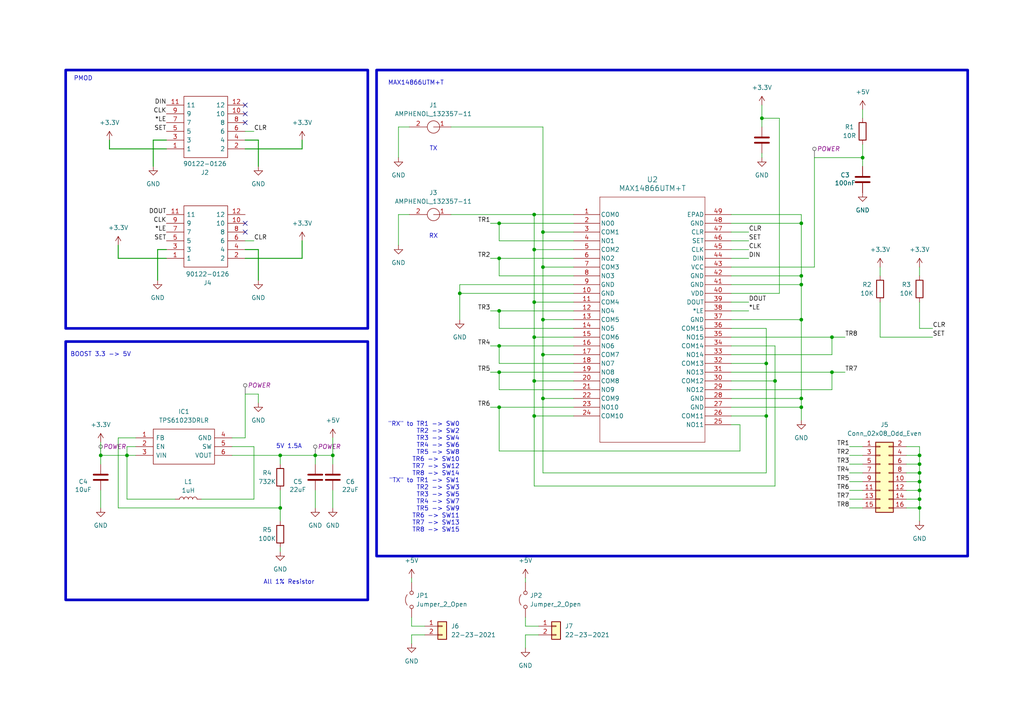
<source format=kicad_sch>
(kicad_sch (version 20231120) (generator "eeschema") (generator_version "8.0")
  (paper "A4")
  (title_block (title "PMOD for MAX14866 for pic0rick") (date "2024-11-15") (rev "v1.b") (company "https://un0rick.cc"))
  (lib_symbols
    (symbol "Connector_Generic:Conn_01x02" (pin_names (offset 1.016) hide)
      (property "Reference" "J" (at 0 2.54 0))
      (property "Value" "Conn_01x02" (at 0 -5.08 0))
      (symbol "Conn_01x02_1_1"
        (rectangle (start -1.27 -2.413) (end 0 -2.667) (stroke (width 0.1524)))
        (rectangle (start -1.27 0.127) (end 0 -0.127) (stroke (width 0.1524)))
        (rectangle (start -1.27 1.27) (end 1.27 -3.81) (stroke (width 0.254)) (fill (type background)))
        (pin passive line (at -5.08 0 0) (length 3.81) (name "Pin_1") (number "1"))
        (pin passive line (at -5.08 -2.54 0) (length 3.81) (name "Pin_2") (number "2"))
      )
    )
    (symbol "Connector_Generic:Conn_02x08_Odd_Even" (pin_names (offset 1.016) hide)
      (property "Reference" "J" (at 1.27 10.16 0))
      (property "Value" "Conn_02x08_Odd_Even" (at 1.27 -12.7 0))
      (symbol "Conn_02x08_Odd_Even_1_1"
        (rectangle (start -1.27 -10.033) (end 0 -10.287) (stroke (width 0.1524)))
        (rectangle (start -1.27 -7.493) (end 0 -7.747) (stroke (width 0.1524)))
        (rectangle (start -1.27 -4.953) (end 0 -5.207) (stroke (width 0.1524)))
        (rectangle (start -1.27 -2.413) (end 0 -2.667) (stroke (width 0.1524)))
        (rectangle (start -1.27 0.127) (end 0 -0.127) (stroke (width 0.1524)))
        (rectangle (start -1.27 2.667) (end 0 2.413) (stroke (width 0.1524)))
        (rectangle (start -1.27 5.207) (end 0 4.953) (stroke (width 0.1524)))
        (rectangle (start -1.27 7.747) (end 0 7.493) (stroke (width 0.1524)))
        (rectangle (start -1.27 8.89) (end 3.81 -11.43) (stroke (width 0.254)) (fill (type background)))
        (rectangle (start 3.81 -10.033) (end 2.54 -10.287) (stroke (width 0.1524)))
        (rectangle (start 3.81 -7.493) (end 2.54 -7.747) (stroke (width 0.1524)))
        (rectangle (start 3.81 -4.953) (end 2.54 -5.207) (stroke (width 0.1524)))
        (rectangle (start 3.81 -2.413) (end 2.54 -2.667) (stroke (width 0.1524)))
        (rectangle (start 3.81 0.127) (end 2.54 -0.127) (stroke (width 0.1524)))
        (rectangle (start 3.81 2.667) (end 2.54 2.413) (stroke (width 0.1524)))
        (rectangle (start 3.81 5.207) (end 2.54 4.953) (stroke (width 0.1524)))
        (rectangle (start 3.81 7.747) (end 2.54 7.493) (stroke (width 0.1524)))
        (pin passive line (at -5.08 7.62 0) (length 3.81) (name "Pin_1") (number "1"))
        (pin passive line (at 7.62 -2.54 180) (length 3.81) (name "Pin_10") (number "10"))
        (pin passive line (at -5.08 -5.08 0) (length 3.81) (name "Pin_11") (number "11"))
        (pin passive line (at 7.62 -5.08 180) (length 3.81) (name "Pin_12") (number "12"))
        (pin passive line (at -5.08 -7.62 0) (length 3.81) (name "Pin_13") (number "13"))
        (pin passive line (at 7.62 -7.62 180) (length 3.81) (name "Pin_14") (number "14"))
        (pin passive line (at -5.08 -10.16 0) (length 3.81) (name "Pin_15") (number "15"))
        (pin passive line (at 7.62 -10.16 180) (length 3.81) (name "Pin_16") (number "16"))
        (pin passive line (at 7.62 7.62 180) (length 3.81) (name "Pin_2") (number "2"))
        (pin passive line (at -5.08 5.08 0) (length 3.81) (name "Pin_3") (number "3"))
        (pin passive line (at 7.62 5.08 180) (length 3.81) (name "Pin_4") (number "4"))
        (pin passive line (at -5.08 2.54 0) (length 3.81) (name "Pin_5") (number "5"))
        (pin passive line (at 7.62 2.54 180) (length 3.81) (name "Pin_6") (number "6"))
        (pin passive line (at -5.08 0 0) (length 3.81) (name "Pin_7") (number "7"))
        (pin passive line (at 7.62 0 180) (length 3.81) (name "Pin_8") (number "8"))
        (pin passive line (at -5.08 -2.54 0) (length 3.81) (name "Pin_9") (number "9"))
      )
    )
    (symbol "Device:C" (pin_numbers hide) (pin_names (offset 0.254))
      (property "Reference" "C" (at 0.635 2.54 0))
      (property "Value" "C" (at 0.635 -2.54 0))
      (symbol "C_0_1"
        (polyline (pts (xy -2.032 -0.762) (xy 2.032 -0.762)) (stroke (width 0.508)))
        (polyline (pts (xy -2.032 0.762) (xy 2.032 0.762)) (stroke (width 0.508)))
      )
      (symbol "C_1_1"
        (pin passive line (at 0 3.81 270) (length 2.794) (name "~") (number "1"))
        (pin passive line (at 0 -3.81 90) (length 2.794) (name "~") (number "2"))
      )
    )
    (symbol "Device:L" (pin_numbers hide) (pin_names (offset 1.016) hide)
      (property "Reference" "L" (at -1.27 0 90))
      (property "Value" "L" (at 1.905 0 90))
      (symbol "L_0_1"
        (arc (start 0 -2.54) (mid 0.6323 -1.905) (end 0 -1.27))
        (arc (start 0 -1.27) (mid 0.6323 -0.635) (end 0 0))
        (arc (start 0 0) (mid 0.6323 0.635) (end 0 1.27))
        (arc (start 0 1.27) (mid 0.6323 1.905) (end 0 2.54))
      )
      (symbol "L_1_1"
        (pin passive line (at 0 3.81 270) (length 1.27) (name "1") (number "1"))
        (pin passive line (at 0 -3.81 90) (length 1.27) (name "2") (number "2"))
      )
    )
    (symbol "Device:R" (pin_numbers hide) (pin_names (offset 0))
      (property "Reference" "R" (at 2.032 0 90))
      (property "Value" "R" (at 0 0 90))
      (symbol "R_0_1"
        (rectangle (start -1.016 -2.54) (end 1.016 2.54) (stroke (width 0.254)))
      )
      (symbol "R_1_1"
        (pin passive line (at 0 3.81 270) (length 1.27) (name "~") (number "1"))
        (pin passive line (at 0 -3.81 90) (length 1.27) (name "~") (number "2"))
      )
    )
    (symbol "ICTAMKY:613012243121" (pin_names (offset 0.762))
      (property "Reference" "J" (at 2.032 -17.018 0))
      (property "Value" "613012243121" (at 1.27 -19.558 0))
      (symbol "613012243121_0_0"
        (pin passive line (at 0 0 0) (length 5.08) (name "1") (number "1"))
        (pin passive line (at 22.86 -10.16 180) (length 5.08) (name "10") (number "10"))
        (pin passive line (at 0 -12.7 0) (length 5.08) (name "11") (number "11"))
        (pin passive line (at 22.86 -12.7 180) (length 5.08) (name "12") (number "12"))
        (pin passive line (at 22.86 0 180) (length 5.08) (name "2") (number "2"))
        (pin passive line (at 0 -2.54 0) (length 5.08) (name "3") (number "3"))
        (pin passive line (at 22.86 -2.54 180) (length 5.08) (name "4") (number "4"))
        (pin passive line (at 0 -5.08 0) (length 5.08) (name "5") (number "5"))
        (pin passive line (at 22.86 -5.08 180) (length 5.08) (name "6") (number "6"))
        (pin passive line (at 0 -7.62 0) (length 5.08) (name "7") (number "7"))
        (pin passive line (at 22.86 -7.62 180) (length 5.08) (name "8") (number "8"))
        (pin passive line (at 0 -10.16 0) (length 5.08) (name "9") (number "9"))
      )
      (symbol "613012243121_0_1"
        (polyline (pts (xy 5.08 2.54) (xy 17.78 2.54) (xy 17.78 -15.24) (xy 5.08 -15.24) (xy 5.08 2.54)) (stroke (width 0.1524)))
      )
    )
    (symbol "ICTAMKY:MAX14866UTM+T" (pin_names (offset 0.254))
      (property "Reference" "U" (at 22.86 10.16 0))
      (property "Value" "MAX14866UTM+T" (at 22.86 7.62 0))
      (symbol "MAX14866UTM+T_1_1"
        (polyline (pts (xy 7.62 -66.04) (xy 38.1 -66.04)) (stroke (width 0.127)))
        (polyline (pts (xy 7.62 5.08) (xy 7.62 -66.04)) (stroke (width 0.127)))
        (polyline (pts (xy 38.1 -66.04) (xy 38.1 5.08)) (stroke (width 0.127)))
        (polyline (pts (xy 38.1 5.08) (xy 7.62 5.08)) (stroke (width 0.127)))
        (pin bidirectional line (at 0 0 0) (length 7.62) (name "COM0") (number "1"))
        (pin power_out line (at 0 -22.86 0) (length 7.62) (name "GND") (number "10"))
        (pin bidirectional line (at 0 -25.4 0) (length 7.62) (name "COM4") (number "11"))
        (pin bidirectional line (at 0 -27.94 0) (length 7.62) (name "NO4") (number "12"))
        (pin bidirectional line (at 0 -30.48 0) (length 7.62) (name "COM5") (number "13"))
        (pin bidirectional line (at 0 -33.02 0) (length 7.62) (name "NO5") (number "14"))
        (pin bidirectional line (at 0 -35.56 0) (length 7.62) (name "COM6") (number "15"))
        (pin bidirectional line (at 0 -38.1 0) (length 7.62) (name "NO6") (number "16"))
        (pin bidirectional line (at 0 -40.64 0) (length 7.62) (name "COM7") (number "17"))
        (pin bidirectional line (at 0 -43.18 0) (length 7.62) (name "NO7") (number "18"))
        (pin bidirectional line (at 0 -45.72 0) (length 7.62) (name "NO8") (number "19"))
        (pin bidirectional line (at 0 -2.54 0) (length 7.62) (name "NO0") (number "2"))
        (pin bidirectional line (at 0 -48.26 0) (length 7.62) (name "COM8") (number "20"))
        (pin bidirectional line (at 0 -50.8 0) (length 7.62) (name "NO9") (number "21"))
        (pin bidirectional line (at 0 -53.34 0) (length 7.62) (name "COM9") (number "22"))
        (pin bidirectional line (at 0 -55.88 0) (length 7.62) (name "NO10") (number "23"))
        (pin bidirectional line (at 0 -58.42 0) (length 7.62) (name "COM10") (number "24"))
        (pin bidirectional line (at 45.72 -60.96 180) (length 7.62) (name "NO11") (number "25"))
        (pin bidirectional line (at 45.72 -58.42 180) (length 7.62) (name "COM11") (number "26"))
        (pin power_out line (at 45.72 -55.88 180) (length 7.62) (name "GND") (number "27"))
        (pin power_out line (at 45.72 -53.34 180) (length 7.62) (name "GND") (number "28"))
        (pin bidirectional line (at 45.72 -50.8 180) (length 7.62) (name "NO12") (number "29"))
        (pin bidirectional line (at 0 -5.08 0) (length 7.62) (name "COM1") (number "3"))
        (pin bidirectional line (at 45.72 -48.26 180) (length 7.62) (name "COM12") (number "30"))
        (pin bidirectional line (at 45.72 -45.72 180) (length 7.62) (name "NO13") (number "31"))
        (pin bidirectional line (at 45.72 -43.18 180) (length 7.62) (name "COM13") (number "32"))
        (pin bidirectional line (at 45.72 -40.64 180) (length 7.62) (name "NO14") (number "33"))
        (pin bidirectional line (at 45.72 -38.1 180) (length 7.62) (name "COM14") (number "34"))
        (pin bidirectional line (at 45.72 -35.56 180) (length 7.62) (name "NO15") (number "35"))
        (pin bidirectional line (at 45.72 -33.02 180) (length 7.62) (name "COM15") (number "36"))
        (pin power_out line (at 45.72 -30.48 180) (length 7.62) (name "GND") (number "37"))
        (pin unspecified line (at 45.72 -27.94 180) (length 7.62) (name "*LE") (number "38"))
        (pin output line (at 45.72 -25.4 180) (length 7.62) (name "DOUT") (number "39"))
        (pin bidirectional line (at 0 -7.62 0) (length 7.62) (name "NO1") (number "4"))
        (pin power_in line (at 45.72 -22.86 180) (length 7.62) (name "VDD") (number "40"))
        (pin power_out line (at 45.72 -20.32 180) (length 7.62) (name "GND") (number "41"))
        (pin power_out line (at 45.72 -17.78 180) (length 7.62) (name "GND") (number "42"))
        (pin power_in line (at 45.72 -15.24 180) (length 7.62) (name "VCC") (number "43"))
        (pin unspecified line (at 45.72 -12.7 180) (length 7.62) (name "DIN") (number "44"))
        (pin unspecified line (at 45.72 -10.16 180) (length 7.62) (name "CLK") (number "45"))
        (pin unspecified line (at 45.72 -7.62 180) (length 7.62) (name "SET") (number "46"))
        (pin unspecified line (at 45.72 -5.08 180) (length 7.62) (name "CLR") (number "47"))
        (pin power_out line (at 45.72 -2.54 180) (length 7.62) (name "GND") (number "48"))
        (pin unspecified line (at 45.72 0 180) (length 7.62) (name "EPAD") (number "49"))
        (pin bidirectional line (at 0 -10.16 0) (length 7.62) (name "COM2") (number "5"))
        (pin bidirectional line (at 0 -12.7 0) (length 7.62) (name "NO2") (number "6"))
        (pin bidirectional line (at 0 -15.24 0) (length 7.62) (name "COM3") (number "7"))
        (pin bidirectional line (at 0 -17.78 0) (length 7.62) (name "NO3") (number "8"))
        (pin power_out line (at 0 -20.32 0) (length 7.62) (name "GND") (number "9"))
      )
    )
    (symbol "Jumper:Jumper_2_Open" (pin_numbers hide) (pin_names (offset 0) hide) (exclude_from_sim yes)
      (property "Reference" "JP" (at 0 2.794 0))
      (property "Value" "Jumper_2_Open" (at 0 -2.286 0))
      (symbol "Jumper_2_Open_0_0"
        (circle (center -2.032 0) (radius 0.508))
        (circle (center 2.032 0) (radius 0.508))
      )
      (symbol "Jumper_2_Open_0_1"
        (arc (start 1.524 1.27) (mid 0 1.778) (end -1.524 1.27))
      )
      (symbol "Jumper_2_Open_1_1"
        (pin passive line (at -5.08 0 0) (length 2.54) (name "A") (number "1"))
        (pin passive line (at 5.08 0 180) (length 2.54) (name "B") (number "2"))
      )
    )
    (symbol "PICO_ADC_Test:AMPHENOL_132357-11" (pin_names (offset 0.762) hide)
      (property "Reference" "J" (at 16.51 7.62 0))
      (property "Value" "AMPHENOL_132357-11" (at 16.51 5.08 0))
      (symbol "AMPHENOL_132357-11_0_0"
        (pin passive line (at 0 0 0) (length 5.08) (name "1") (number "1"))
        (pin passive line (at 12.065 0 180) (length 5.08) (name "2") (number "2"))
      )
      (symbol "AMPHENOL_132357-11_0_1"
        (circle (center 5.08 0) (radius 1.7961))
      )
    )
    (symbol "SamacSys_Parts:TPS61023DRLR" (pin_names (offset 0.762))
      (property "Reference" "IC" (at 24.13 7.62 0))
      (property "Value" "TPS61023DRLR" (at 24.13 5.08 0))
      (symbol "TPS61023DRLR_0_0"
        (pin passive line (at 0 0 0) (length 5.08) (name "FB") (number "1"))
        (pin passive line (at 0 -2.54 0) (length 5.08) (name "EN") (number "2"))
        (pin passive line (at 0 -5.08 0) (length 5.08) (name "VIN") (number "3"))
        (pin passive line (at 27.94 0 180) (length 5.08) (name "GND") (number "4"))
        (pin passive line (at 27.94 -2.54 180) (length 5.08) (name "SW") (number "5"))
        (pin passive line (at 27.94 -5.08 180) (length 5.08) (name "VOUT") (number "6"))
      )
      (symbol "TPS61023DRLR_0_1"
        (polyline (pts (xy 5.08 2.54) (xy 22.86 2.54) (xy 22.86 -7.62) (xy 5.08 -7.62) (xy 5.08 2.54)) (stroke (width 0.1524)))
      )
    )
    (symbol "power:+3.3V" (power) (pin_names (offset 0))
      (property "Value" "+3.3V" (at 0 3.556 0))
      (symbol "+3.3V_0_1"
        (polyline (pts (xy -0.762 1.27) (xy 0 2.54)))
        (polyline (pts (xy 0 0) (xy 0 2.54)))
        (polyline (pts (xy 0 2.54) (xy 0.762 1.27)))
      )
      (symbol "+3.3V_1_1"
        (pin power_in line (at 0 0 90) (length 0) hide (name "+3.3V") (number "1"))
      )
    )
    (symbol "power:+5V" (power) (pin_names (offset 0))
      (property "Value" "+5V" (at 0 3.556 0))
      (symbol "+5V_0_1"
        (polyline (pts (xy -0.762 1.27) (xy 0 2.54)))
        (polyline (pts (xy 0 0) (xy 0 2.54)))
        (polyline (pts (xy 0 2.54) (xy 0.762 1.27)))
      )
      (symbol "+5V_1_1"
        (pin power_in line (at 0 0 90) (length 0) hide (name "+5V") (number "1"))
      )
    )
    (symbol "power:GND" (power) (pin_names (offset 0))
      (property "Value" "GND" (at 0 -3.81 0))
      (symbol "GND_0_1"
        (polyline (pts (xy 0 0) (xy 0 -1.27) (xy 1.27 -1.27) (xy 0 -2.54) (xy -1.27 -1.27) (xy 0 -1.27)))
      )
      (symbol "GND_1_1"
        (pin power_in line (at 0 0 270) (length 0) hide (name "GND") (number "1"))
      )
    )
  )
  (junction (at 157.48 67.31))
  (junction (at 232.41 80.01))
  (junction (at 266.7 137.16))
  (junction (at 157.48 77.47))
  (junction (at 154.94 72.39))
  (junction (at 144.78 118.11))
  (junction (at 266.7 147.32))
  (junction (at 222.25 105.41))
  (junction (at 96.52 132.08))
  (junction (at 81.28 147.32))
  (junction (at 266.7 132.08))
  (junction (at 91.44 132.08))
  (junction (at 266.7 134.62))
  (junction (at 154.94 110.49))
  (junction (at 241.3 107.95))
  (junction (at 154.94 120.65))
  (junction (at 250.19 45.72))
  (junction (at 144.78 74.93))
  (junction (at 29.21 132.08))
  (junction (at 157.48 102.87))
  (junction (at 36.83 132.08))
  (junction (at 232.41 64.77))
  (junction (at 144.78 107.95))
  (junction (at 144.78 100.33))
  (junction (at 154.94 62.23))
  (junction (at 232.41 118.11))
  (junction (at 266.7 144.78))
  (junction (at 222.25 120.65))
  (junction (at 220.98 34.29))
  (junction (at 144.78 90.17))
  (junction (at 224.79 110.49))
  (junction (at 144.78 64.77))
  (junction (at 241.3 97.79))
  (junction (at 232.41 82.55))
  (junction (at 157.48 92.71))
  (junction (at 266.7 139.7))
  (junction (at 232.41 92.71))
  (junction (at 232.41 115.57))
  (junction (at 81.28 132.08))
  (junction (at 154.94 97.79))
  (junction (at 157.48 115.57))
  (junction (at 266.7 142.24))
  (junction (at 133.35 85.09))
  (junction (at 154.94 87.63))
  (no_connect (at 71.12 30.48))
  (no_connect (at 71.12 35.56))
  (no_connect (at 71.12 67.31))
  (no_connect (at 71.12 33.02))
  (no_connect (at 71.12 64.77))
  (wire (pts (xy 119.38 168.91) (xy 119.38 167.64)))
  (wire (pts (xy 36.83 132.08) (xy 39.37 132.08)))
  (wire (pts (xy 67.31 132.08) (xy 81.28 132.08)))
  (wire (pts (xy 45.72 72.39) (xy 45.72 81.28)) (stroke (width 0.254)))
  (wire (pts (xy 262.89 139.7) (xy 266.7 139.7)))
  (wire (pts (xy 266.7 134.62) (xy 266.7 137.16)))
  (wire (pts (xy 157.48 102.87) (xy 157.48 92.71)))
  (wire (pts (xy 217.17 72.39) (xy 212.09 72.39)))
  (wire (pts (xy 166.37 113.03) (xy 144.78 113.03)))
  (wire (pts (xy 222.25 105.41) (xy 222.25 120.65)))
  (wire (pts (xy 212.09 62.23) (xy 232.41 62.23)))
  (wire (pts (xy 96.52 127) (xy 96.52 132.08)))
  (wire (pts (xy 29.21 142.24) (xy 29.21 147.32)))
  (wire (pts (xy 255.27 77.47) (xy 255.27 80.01)))
  (wire (pts (xy 232.41 115.57) (xy 232.41 118.11)))
  (wire (pts (xy 246.38 129.54) (xy 250.19 129.54)))
  (wire (pts (xy 214.63 130.81) (xy 144.78 130.81)))
  (wire (pts (xy 39.37 129.54) (xy 36.83 129.54)))
  (wire (pts (xy 157.48 115.57) (xy 157.48 102.87)))
  (wire (pts (xy 226.06 34.29) (xy 220.98 34.29)))
  (wire (pts (xy 232.41 62.23) (xy 232.41 64.77)))
  (wire (pts (xy 232.41 92.71) (xy 232.41 115.57)))
  (wire (pts (xy 31.75 43.18) (xy 48.26 43.18)) (stroke (width 0.254)))
  (wire (pts (xy 266.7 142.24) (xy 266.7 144.78)))
  (wire (pts (xy 266.7 144.78) (xy 266.7 147.32)))
  (wire (pts (xy 144.78 80.01) (xy 144.78 74.93)))
  (wire (pts (xy 157.48 115.57) (xy 157.48 137.16)))
  (wire (pts (xy 266.7 147.32) (xy 266.7 151.13)))
  (wire (pts (xy 130.81 62.23) (xy 154.94 62.23)))
  (wire (pts (xy 144.78 69.85) (xy 144.78 64.77)))
  (wire (pts (xy 142.24 118.11) (xy 144.78 118.11)))
  (wire (pts (xy 241.3 102.87) (xy 241.3 97.79)))
  (wire (pts (xy 144.78 74.93) (xy 166.37 74.93)))
  (wire (pts (xy 144.78 90.17) (xy 166.37 90.17)))
  (wire (pts (xy 29.21 128.27) (xy 29.21 132.08)))
  (wire (pts (xy 156.21 184.15) (xy 152.4 184.15)))
  (wire (pts (xy 144.78 118.11) (xy 166.37 118.11)))
  (wire (pts (xy 144.78 100.33) (xy 166.37 100.33)))
  (wire (pts (xy 212.09 105.41) (xy 222.25 105.41)))
  (wire (pts (xy 224.79 100.33) (xy 224.79 110.49)))
  (wire (pts (xy 222.25 120.65) (xy 212.09 120.65)))
  (wire (pts (xy 34.29 74.93) (xy 48.26 74.93)) (stroke (width 0.254)))
  (wire (pts (xy 246.38 134.62) (xy 250.19 134.62)))
  (wire (pts (xy 166.37 69.85) (xy 144.78 69.85)))
  (wire (pts (xy 142.24 107.95) (xy 144.78 107.95)))
  (wire (pts (xy 214.63 123.19) (xy 214.63 130.81)))
  (wire (pts (xy 118.745 36.83) (xy 115.57 36.83)))
  (wire (pts (xy 246.38 144.78) (xy 250.19 144.78)))
  (wire (pts (xy 96.52 132.08) (xy 96.52 134.62)))
  (wire (pts (xy 266.7 77.47) (xy 266.7 80.01)))
  (wire (pts (xy 232.41 82.55) (xy 232.41 92.71)))
  (wire (pts (xy 154.94 120.65) (xy 154.94 110.49)))
  (wire (pts (xy 262.89 134.62) (xy 266.7 134.62)))
  (wire (pts (xy 266.7 139.7) (xy 266.7 142.24)))
  (wire (pts (xy 96.52 132.08) (xy 91.44 132.08)))
  (wire (pts (xy 157.48 36.83) (xy 157.48 67.31)))
  (wire (pts (xy 81.28 132.08) (xy 81.28 134.62)))
  (wire (pts (xy 39.37 127) (xy 34.29 127)))
  (wire (pts (xy 212.09 110.49) (xy 224.79 110.49)))
  (wire (pts (xy 50.8 144.78) (xy 36.83 144.78)))
  (wire (pts (xy 67.31 129.54) (xy 73.66 129.54)))
  (wire (pts (xy 130.81 36.83) (xy 157.48 36.83)))
  (wire (pts (xy 152.4 181.61) (xy 152.4 179.07)))
  (wire (pts (xy 270.51 95.25) (xy 266.7 95.25)))
  (wire (pts (xy 166.37 87.63) (xy 154.94 87.63)))
  (wire (pts (xy 152.4 168.91) (xy 152.4 167.64)))
  (wire (pts (xy 142.24 64.77) (xy 144.78 64.77)))
  (wire (pts (xy 212.09 82.55) (xy 232.41 82.55)))
  (wire (pts (xy 250.19 31.75) (xy 250.19 34.29)))
  (wire (pts (xy 220.98 34.29) (xy 220.98 36.83)))
  (wire (pts (xy 212.09 118.11) (xy 232.41 118.11)))
  (wire (pts (xy 87.63 43.18) (xy 71.12 43.18)) (stroke (width 0.254)))
  (wire (pts (xy 71.12 40.64) (xy 74.93 40.64)) (stroke (width 0.254)))
  (wire (pts (xy 74.93 72.39) (xy 74.93 81.28)) (stroke (width 0.254)))
  (wire (pts (xy 212.09 85.09) (xy 226.06 85.09)))
  (wire (pts (xy 154.94 62.23) (xy 166.37 62.23)))
  (wire (pts (xy 87.63 74.93) (xy 87.63 69.85)) (stroke (width 0.254)))
  (wire (pts (xy 144.78 95.25) (xy 144.78 90.17)))
  (wire (pts (xy 142.24 90.17) (xy 144.78 90.17)))
  (wire (pts (xy 220.98 44.45) (xy 220.98 45.72)))
  (wire (pts (xy 71.12 127) (xy 71.12 114.3)))
  (wire (pts (xy 67.31 127) (xy 71.12 127)))
  (wire (pts (xy 152.4 184.15) (xy 152.4 187.96)))
  (wire (pts (xy 123.19 181.61) (xy 119.38 181.61)))
  (wire (pts (xy 115.57 62.23) (xy 115.57 71.12)))
  (wire (pts (xy 166.37 95.25) (xy 144.78 95.25)))
  (wire (pts (xy 142.24 74.93) (xy 144.78 74.93)))
  (wire (pts (xy 241.3 107.95) (xy 245.11 107.95)))
  (wire (pts (xy 212.09 77.47) (xy 236.22 77.47)))
  (wire (pts (xy 212.09 123.19) (xy 214.63 123.19)))
  (wire (pts (xy 266.7 95.25) (xy 266.7 87.63)))
  (wire (pts (xy 212.09 102.87) (xy 241.3 102.87)))
  (wire (pts (xy 166.37 105.41) (xy 144.78 105.41)))
  (wire (pts (xy 157.48 67.31) (xy 166.37 67.31)))
  (wire (pts (xy 144.78 105.41) (xy 144.78 100.33)))
  (wire (pts (xy 154.94 87.63) (xy 154.94 72.39)))
  (wire (pts (xy 246.38 139.7) (xy 250.19 139.7)))
  (wire (pts (xy 166.37 120.65) (xy 154.94 120.65)))
  (wire (pts (xy 212.09 80.01) (xy 232.41 80.01)))
  (wire (pts (xy 250.19 48.26) (xy 250.19 45.72)))
  (wire (pts (xy 118.745 62.23) (xy 115.57 62.23)))
  (wire (pts (xy 241.3 97.79) (xy 245.11 97.79)))
  (wire (pts (xy 29.21 132.08) (xy 36.83 132.08)))
  (wire (pts (xy 217.17 67.31) (xy 212.09 67.31)))
  (wire (pts (xy 71.12 74.93) (xy 87.63 74.93)) (stroke (width 0.254)))
  (wire (pts (xy 212.09 115.57) (xy 232.41 115.57)))
  (wire (pts (xy 232.41 118.11) (xy 232.41 121.92)))
  (wire (pts (xy 29.21 132.08) (xy 29.21 134.62)))
  (wire (pts (xy 212.09 113.03) (xy 241.3 113.03)))
  (wire (pts (xy 157.48 67.31) (xy 157.48 77.47)))
  (wire (pts (xy 144.78 130.81) (xy 144.78 118.11)))
  (wire (pts (xy 212.09 100.33) (xy 224.79 100.33)))
  (wire (pts (xy 157.48 92.71) (xy 157.48 77.47)))
  (wire (pts (xy 212.09 64.77) (xy 232.41 64.77)))
  (wire (pts (xy 144.78 113.03) (xy 144.78 107.95)))
  (wire (pts (xy 36.83 129.54) (xy 36.83 132.08)))
  (wire (pts (xy 156.21 181.61) (xy 152.4 181.61)))
  (wire (pts (xy 222.25 95.25) (xy 222.25 105.41)))
  (wire (pts (xy 241.3 107.95) (xy 241.3 113.03)))
  (wire (pts (xy 166.37 92.71) (xy 157.48 92.71)))
  (wire (pts (xy 212.09 95.25) (xy 222.25 95.25)))
  (wire (pts (xy 232.41 80.01) (xy 232.41 82.55)))
  (wire (pts (xy 166.37 80.01) (xy 144.78 80.01)))
  (wire (pts (xy 166.37 72.39) (xy 154.94 72.39)))
  (wire (pts (xy 157.48 137.16) (xy 222.25 137.16)))
  (wire (pts (xy 224.79 110.49) (xy 224.79 140.97)))
  (wire (pts (xy 81.28 147.32) (xy 81.28 151.13)))
  (wire (pts (xy 262.89 147.32) (xy 266.7 147.32)))
  (wire (pts (xy 133.35 82.55) (xy 133.35 85.09)))
  (wire (pts (xy 226.06 34.29) (xy 226.06 85.09)))
  (wire (pts (xy 154.94 110.49) (xy 154.94 97.79)))
  (wire (pts (xy 217.17 87.63) (xy 212.09 87.63)))
  (wire (pts (xy 144.78 107.95) (xy 166.37 107.95)))
  (wire (pts (xy 71.12 72.39) (xy 74.93 72.39)) (stroke (width 0.254)))
  (wire (pts (xy 154.94 97.79) (xy 154.94 87.63)))
  (wire (pts (xy 262.89 144.78) (xy 266.7 144.78)))
  (wire (pts (xy 246.38 137.16) (xy 250.19 137.16)))
  (wire (pts (xy 81.28 158.75) (xy 81.28 160.02)))
  (wire (pts (xy 91.44 132.08) (xy 91.44 134.62)))
  (wire (pts (xy 262.89 137.16) (xy 266.7 137.16)))
  (wire (pts (xy 236.22 77.47) (xy 236.22 45.72)))
  (wire (pts (xy 71.12 69.85) (xy 73.66 69.85)))
  (wire (pts (xy 154.94 140.97) (xy 224.79 140.97)))
  (wire (pts (xy 220.98 30.48) (xy 220.98 34.29)))
  (wire (pts (xy 166.37 85.09) (xy 133.35 85.09)))
  (wire (pts (xy 217.17 74.93) (xy 212.09 74.93)))
  (wire (pts (xy 217.17 69.85) (xy 212.09 69.85)))
  (wire (pts (xy 119.38 184.15) (xy 119.38 186.69)))
  (wire (pts (xy 166.37 102.87) (xy 157.48 102.87)))
  (wire (pts (xy 232.41 64.77) (xy 232.41 80.01)))
  (wire (pts (xy 144.78 64.77) (xy 166.37 64.77)))
  (wire (pts (xy 96.52 142.24) (xy 96.52 147.32)))
  (wire (pts (xy 266.7 132.08) (xy 266.7 134.62)))
  (wire (pts (xy 166.37 110.49) (xy 154.94 110.49)))
  (wire (pts (xy 74.93 40.64) (xy 74.93 48.26)) (stroke (width 0.254)))
  (wire (pts (xy 270.51 97.79) (xy 255.27 97.79)))
  (wire (pts (xy 31.75 40.64) (xy 31.75 43.18)) (stroke (width 0.254)))
  (wire (pts (xy 212.09 107.95) (xy 241.3 107.95)))
  (wire (pts (xy 123.19 184.15) (xy 119.38 184.15)))
  (wire (pts (xy 142.24 100.33) (xy 144.78 100.33)))
  (wire (pts (xy 246.38 132.08) (xy 250.19 132.08)))
  (wire (pts (xy 36.83 144.78) (xy 36.83 132.08)))
  (wire (pts (xy 34.29 147.32) (xy 81.28 147.32)))
  (wire (pts (xy 87.63 40.64) (xy 87.63 43.18)) (stroke (width 0.254)))
  (wire (pts (xy 119.38 181.61) (xy 119.38 179.07)))
  (wire (pts (xy 246.38 147.32) (xy 250.19 147.32)))
  (wire (pts (xy 133.35 85.09) (xy 133.35 92.71)))
  (wire (pts (xy 71.12 114.3) (xy 74.93 114.3)))
  (wire (pts (xy 91.44 142.24) (xy 91.44 147.32)))
  (wire (pts (xy 262.89 142.24) (xy 266.7 142.24)))
  (wire (pts (xy 58.42 144.78) (xy 73.66 144.78)))
  (wire (pts (xy 74.93 114.3) (xy 74.93 116.84)))
  (wire (pts (xy 154.94 72.39) (xy 154.94 62.23)))
  (wire (pts (xy 236.22 45.72) (xy 250.19 45.72)))
  (wire (pts (xy 34.29 127) (xy 34.29 147.32)))
  (wire (pts (xy 262.89 129.54) (xy 266.7 129.54)))
  (wire (pts (xy 115.57 36.83) (xy 115.57 45.72)))
  (wire (pts (xy 81.28 132.08) (xy 91.44 132.08)))
  (wire (pts (xy 71.12 38.1) (xy 73.66 38.1)))
  (wire (pts (xy 166.37 77.47) (xy 157.48 77.47)))
  (wire (pts (xy 166.37 82.55) (xy 133.35 82.55)))
  (wire (pts (xy 255.27 97.79) (xy 255.27 87.63)))
  (wire (pts (xy 166.37 97.79) (xy 154.94 97.79)))
  (wire (pts (xy 250.19 45.72) (xy 250.19 41.91)))
  (wire (pts (xy 266.7 129.54) (xy 266.7 132.08)))
  (wire (pts (xy 246.38 142.24) (xy 250.19 142.24)))
  (wire (pts (xy 266.7 137.16) (xy 266.7 139.7)))
  (wire (pts (xy 217.17 90.17) (xy 212.09 90.17)))
  (wire (pts (xy 262.89 132.08) (xy 266.7 132.08)))
  (wire (pts (xy 44.45 40.64) (xy 44.45 48.26)) (stroke (width 0.254)))
  (wire (pts (xy 48.26 40.64) (xy 44.45 40.64)) (stroke (width 0.254)))
  (wire (pts (xy 166.37 115.57) (xy 157.48 115.57)))
  (wire (pts (xy 48.26 72.39) (xy 45.72 72.39)) (stroke (width 0.254)))
  (wire (pts (xy 212.09 97.79) (xy 241.3 97.79)))
  (wire (pts (xy 34.29 71.12) (xy 34.29 74.93)) (stroke (width 0.254)))
  (wire (pts (xy 73.66 144.78) (xy 73.66 129.54)))
  (wire (pts (xy 154.94 120.65) (xy 154.94 140.97)))
  (wire (pts (xy 222.25 137.16) (xy 222.25 120.65)))
  (wire (pts (xy 212.09 92.71) (xy 232.41 92.71)))
  (wire (pts (xy 81.28 142.24) (xy 81.28 147.32)))
  (rectangle (start 19.05 20.32) (end 106.68 95.25) (stroke (width 0.762)))
  (rectangle (start 19.05 99.06) (end 106.68 173.99) (stroke (width 0.762)))
  (rectangle (start 109.22 20.32) (end 280.67 161.29) (stroke (width 0.762)))
  (text "PMOD" (at 24.13 22.86 0) (effects (font (size 1.27 1.27))))
  (text "MAX14866UTM+T" (at 120.65 24.13 0) (effects (font (size 1.27 1.27))))
  (text "TX" (at 125.73 43.18 0) (effects (font (size 1.27 1.27))))
  (text "BOOST 3.3 -> 5V" (at 29.21 102.87 0) (effects (font (size 1.27 1.27))))
  (text "RX" (at 125.73 68.58 0) (effects (font (size 1.27 1.27))))
  (text "\"RX\" to TR1 -> SW0\nTR2 -> SW2\nTR3 -> SW4\nTR4 -> SW6\nTR5 -> SW8\nTR6 -> SW10\nTR7 -> SW12\nTR8 -> SW14\n\"TX\" to TR1 -> SW1\nTR2 -> SW3\nTR3 -> SW5\nTR4 -> SW7\nTR5 -> SW9\nTR6 -> SW11\nTR7 -> SW13\nTR8 -> SW15" (at 133.35 138.43 0) (effects (font (size 1.27 1.27)) (justify right)))
  (text "All 1% Resistor" (at 83.82 168.91 0) (effects (font (size 1.27 1.27))))
  (text "5V 1.5A" (at 83.82 129.54 0) (effects (font (size 1.27 1.27))))
  (label "CLR" (at 73.66 38.1 0))
  (label "TR1" (at 246.38 129.54 180))
  (label "CLR" (at 73.66 69.85 0))
  (label "TR7" (at 246.38 144.78 180))
  (label "*LE" (at 48.26 67.31 180))
  (label "TR4" (at 142.24 100.33 180))
  (label "TR4" (at 246.38 137.16 180))
  (label "TR3" (at 142.24 90.17 180))
  (label "CLK" (at 48.26 64.77 180))
  (label "TR5" (at 142.24 107.95 180))
  (label "TR8" (at 245.11 97.79 0))
  (label "TR2" (at 246.38 132.08 180))
  (label "TR1" (at 142.24 64.77 180))
  (label "CLR" (at 217.17 67.31 0))
  (label "DIN" (at 48.26 30.48 180))
  (label "CLR" (at 270.51 95.25 0))
  (label "*LE" (at 48.26 35.56 180))
  (label "SET" (at 48.26 38.1 180))
  (label "TR2" (at 142.24 74.93 180))
  (label "TR5" (at 246.38 139.7 180))
  (label "TR6" (at 142.24 118.11 180))
  (label "TR6" (at 246.38 142.24 180))
  (label "DOUT" (at 217.17 87.63 0))
  (label "TR3" (at 246.38 134.62 180))
  (label "CLK" (at 48.26 33.02 180))
  (label "SET" (at 217.17 69.85 0))
  (label "SET" (at 48.26 69.85 180))
  (label "DOUT" (at 48.26 62.23 180))
  (label "*LE" (at 217.17 90.17 0))
  (label "TR7" (at 245.11 107.95 0))
  (label "CLK" (at 217.17 72.39 0))
  (label "DIN" (at 217.17 74.93 0))
  (label "SET" (at 270.51 97.79 0))
  (label "TR8" (at 246.38 147.32 180))
  (netclass_flag "" (length 2.54) (shape round) (at 71.12 114.3 0) (property "Netclass" "POWER" (at 71.8185 111.76 0) (effects (font (italic yes)) (justify left))))
  (netclass_flag "" (length 2.54) (shape round) (at 29.21 132.08 0) (property "Netclass" "POWER" (at 29.9085 129.54 0) (effects (font (italic yes)) (justify left))))
  (netclass_flag "" (length 2.54) (shape round) (at 236.22 45.72 0) (property "Netclass" "POWER" (at 236.9185 43.18 0) (effects (font (italic yes)) (justify left))))
  (netclass_flag "" (length 2.54) (shape round) (at 91.44 132.08 0) (property "Netclass" "POWER" (at 92.1385 129.54 0) (effects (font (italic yes)) (justify left))))
  (symbol (lib_id "power:GND") (at 44.45 48.26 0) (unit 1)
    (property "Reference" "#PWR03" (effects (hide yes)))
    (property "Value" "GND" (at 44.45 53.34 0))
  )
  (symbol (lib_id "power:GND") (at 119.38 186.69 0) (unit 1)
    (property "Reference" "#PWR014" (effects (hide yes)))
    (property "Value" "GND" (at 119.38 191.77 0))
  )
  (symbol (lib_id "power:GND") (at 29.21 147.32 0) (unit 1)
    (property "Reference" "#PWR029" (effects (hide yes)))
    (property "Value" "GND" (at 29.21 152.4 0))
  )
  (symbol (lib_id "power:+3.3V") (at 87.63 40.64 0) (mirror y) (unit 1)
    (property "Reference" "#PWR02" (effects (hide yes)))
    (property "Value" "+3.3V" (at 87.63 35.56 0))
  )
  (symbol (lib_id "power:GND") (at 232.41 121.92 0) (unit 1)
    (property "Reference" "#PWR018" (effects (hide yes)))
    (property "Value" "GND" (at 232.41 127 0))
  )
  (symbol (lib_id "power:+3.3V") (at 31.75 40.64 0) (unit 1)
    (property "Reference" "#PWR01" (effects (hide yes)))
    (property "Value" "+3.3V" (at 31.75 35.56 0))
  )
  (symbol (lib_id "Device:C") (at 29.21 138.43 180) (unit 1)
    (property "Reference" "C4" (at 24.13 139.7 0))
    (property "Value" "10uF" (at 24.13 142.0114 0))
    (property "Footprint" "Capacitor_SMD:C_1206_3216Metric" (effects (hide yes)))
  )
  (symbol (lib_id "Jumper:Jumper_2_Open") (at 119.38 173.99 90) (unit 1) (exclude_from_sim yes)
    (property "Reference" "JP1" (at 120.65 172.7199 90) (effects (justify right)))
    (property "Value" "Jumper_2_Open" (at 120.65 175.2599 90) (effects (justify right)))
    (property "Footprint" "Jumper:SolderJumper-2_P1.3mm_Open_RoundedPad1.0x1.5mm" (effects (hide yes)))
    (property "Description" "Jumper, 2-pole, open" (effects (hide yes)))
  )
  (symbol (lib_id "power:GND") (at 266.7 151.13 0) (unit 1)
    (property "Reference" "#PWR027" (effects (hide yes)))
    (property "Value" "GND" (at 266.7 156.21 0))
  )
  (symbol (lib_id "Device:C") (at 250.19 52.07 180) (unit 1)
    (property "Reference" "C3" (at 245.11 50.7746 0))
    (property "Value" "100nF" (at 245.11 53.086 0))
    (property "Footprint" "Capacitor_SMD:C_1206_3216Metric" (effects (hide yes)))
  )
  (symbol (lib_id "power:+3.3V") (at 87.63 69.85 0) (unit 1)
    (property "Reference" "#PWR05" (effects (hide yes)))
    (property "Value" "+3.3V" (at 87.63 64.77 0))
  )
  (symbol (lib_id "power:GND") (at 74.93 48.26 0) (mirror y) (unit 1)
    (property "Reference" "#PWR04" (effects (hide yes)))
    (property "Value" "GND" (at 74.93 53.34 0))
  )
  (symbol (lib_id "PICO_ADC_Test:AMPHENOL_132357-11") (at 130.81 62.23 180) (unit 1)
    (property "Reference" "J3" (at 125.6755 55.88 0))
    (property "Value" "AMPHENOL_132357-11" (at 125.6755 58.42 0))
    (property "Footprint" "ICTAMKY_V8:AMPHENOL_132357-11-MOD" (effects (hide yes)))
    (property "Description" "JOHNSON - 142-0701-801 - \\u5C04\\u9891/\\u540C\\u8F74\\u63D2\\u5B54, SMA, PCB\\u5B89\\u88C5" (effects (hide yes)))
    (property "Mouser Part Number" "530-142-0701-801" (effects (hide yes)))
    (property "Mouser Price/Stock" "https://www.mouser.co.uk/ProductDetail/Johnson-Cinch-Connectivity-Solutions/142-0701-801?qs=PcPxjN2Z58KbDaDuDxyLHA%3D%3D" (effects (hide yes)))
    (property "Manufacturer_Name" "Cinch Connectivity Solutions" (effects (hide yes)))
    (property "Manufacturer_Part_Number" "142-0701-801" (effects (hide yes)))
    (property "MPN" "AMPHENOL_132357-11" (effects (hide yes)))
  )
  (symbol (lib_id "power:GND") (at 220.98 45.72 0) (unit 1)
    (property "Reference" "#PWR021" (effects (hide yes)))
    (property "Value" "GND" (at 220.98 50.8 0))
  )
  (symbol (lib_id "power:+3.3V") (at 266.7 77.47 0) (mirror y) (unit 1)
    (property "Reference" "#PWR012" (effects (hide yes)))
    (property "Value" "+3.3V" (at 266.7 72.39 0))
  )
  (symbol (lib_id "ICTAMKY:613012243121") (at 48.26 74.93 0) (mirror x) (unit 1)
    (property "Reference" "J4" (at 60.198 82.042 0))
    (property "Value" "90122-0126" (at 60.198 79.502 0))
    (property "Footprint" "Connector_PinSocket_2.54mm:PinSocket_2x06_P2.54mm_Horizontal" (effects (hide yes)))
    (property "Description" "WURTH ELEKTRONIK - 613012243121 - CONNECTOR, RCPT, 12POS, 2ROW, 2.54MM" (effects (hide yes)))
    (property "Height" "5.23" (effects (hide yes)))
    (property "Mouser Part Number" "710-613012243121" (effects (hide yes)))
    (property "Mouser Price/Stock" "https://www.mouser.co.uk/ProductDetail/Wurth-Elektronik/613012243121?qs=iLbezkQI%252Bsgb444HYkTruQ%3D%3D" (effects (hide yes)))
    (property "Manufacturer_Name" "Wurth Elektronik" (effects (hide yes)))
    (property "Manufacturer_Part_Number" "613012243121" (effects (hide yes)))
    (property "MPN" "90122-0126" (effects (hide yes)))
  )
  (symbol (lib_id "power:GND") (at 115.57 45.72 0) (unit 1)
    (property "Reference" "#PWR016" (effects (hide yes)))
    (property "Value" "GND" (at 115.57 50.8 0))
  )
  (symbol (lib_id "Device:R") (at 250.19 38.1 180) (unit 1)
    (property "Reference" "R1" (at 246.38 36.83 0))
    (property "Value" "10R" (at 246.38 39.37 0))
    (property "Footprint" "Resistor_SMD:R_1206_3216Metric" (effects (hide yes)))
  )
  (symbol (lib_id "power:GND") (at 74.93 81.28 0) (unit 1)
    (property "Reference" "#PWR08" (effects (hide yes)))
    (property "Value" "GND" (at 74.93 86.36 0))
  )
  (symbol (lib_id "ICTAMKY:613012243121") (at 48.26 43.18 0) (mirror x) (unit 1)
    (property "Reference" "J2" (at 59.436 50.038 0))
    (property "Value" "90122-0126" (at 59.436 47.498 0))
    (property "Footprint" "Connector_PinHeader_2.54mm:PinHeader_2x06_P2.54mm_Horizontal" (effects (hide yes)))
    (property "Description" "WURTH ELEKTRONIK - 613012243121 - CONNECTOR, RCPT, 12POS, 2ROW, 2.54MM" (effects (hide yes)))
    (property "Height" "5.23" (effects (hide yes)))
    (property "Mouser Part Number" "710-613012243121" (effects (hide yes)))
    (property "Mouser Price/Stock" "https://www.mouser.co.uk/ProductDetail/Wurth-Elektronik/613012243121?qs=iLbezkQI%252Bsgb444HYkTruQ%3D%3D" (effects (hide yes)))
    (property "Manufacturer_Name" "Wurth Elektronik" (effects (hide yes)))
    (property "Manufacturer_Part_Number" "613012243121" (effects (hide yes)))
    (property "MPN" "90122-0126" (effects (hide yes)))
  )
  (symbol (lib_id "Connector_Generic:Conn_01x02") (at 128.27 181.61 0) (unit 1)
    (property "Reference" "J6" (at 130.81 181.61 0) (effects (justify left)))
    (property "Value" "22-23-2021" (at 130.81 184.15 0) (effects (justify left)))
    (property "Footprint" "Connector_PinSocket_2.54mm:PinSocket_2x01_P2.54mm_Horizontal" (effects (hide yes)))
    (property "MPN" "22-23-2021" (effects (hide yes)))
  )
  (symbol (lib_id "power:GND") (at 250.19 55.88 0) (unit 1)
    (property "Reference" "#PWR020" (effects (hide yes)))
    (property "Value" "GND" (at 250.19 60.96 0))
  )
  (symbol (lib_id "Device:R") (at 266.7 83.82 180) (unit 1)
    (property "Reference" "R3" (at 262.89 82.55 0))
    (property "Value" "10K" (at 262.89 85.09 0))
    (property "Footprint" "Resistor_SMD:R_1206_3216Metric" (effects (hide yes)))
  )
  (symbol (lib_id "power:GND") (at 152.4 187.96 0) (unit 1)
    (property "Reference" "#PWR023" (effects (hide yes)))
    (property "Value" "GND" (at 152.4 193.04 0))
  )
  (symbol (lib_id "power:GND") (at 91.44 147.32 0) (unit 1)
    (property "Reference" "#PWR032" (effects (hide yes)))
    (property "Value" "GND" (at 91.44 152.4 0))
  )
  (symbol (lib_id "power:+3.3V") (at 29.21 128.27 0) (unit 1)
    (property "Reference" "#PWR028" (effects (hide yes)))
    (property "Value" "+3.3V" (at 29.21 123.19 0))
  )
  (symbol (lib_id "power:GND") (at 115.57 71.12 0) (unit 1)
    (property "Reference" "#PWR015" (effects (hide yes)))
    (property "Value" "GND" (at 115.57 76.2 0))
  )
  (symbol (lib_id "power:GND") (at 96.52 147.32 0) (mirror y) (unit 1)
    (property "Reference" "#PWR09" (effects (hide yes)))
    (property "Value" "GND" (at 96.52 152.4 0))
  )
  (symbol (lib_id "power:GND") (at 45.72 81.28 0) (unit 1)
    (property "Reference" "#PWR07" (effects (hide yes)))
    (property "Value" "GND" (at 45.72 86.36 0))
  )
  (symbol (lib_id "Jumper:Jumper_2_Open") (at 152.4 173.99 90) (unit 1) (exclude_from_sim yes)
    (property "Reference" "JP2" (at 153.67 172.7199 90) (effects (justify right)))
    (property "Value" "Jumper_2_Open" (at 153.67 175.2599 90) (effects (justify right)))
    (property "Footprint" "Jumper:SolderJumper-2_P1.3mm_Open_RoundedPad1.0x1.5mm" (effects (hide yes)))
    (property "Description" "Jumper, 2-pole, open" (effects (hide yes)))
  )
  (symbol (lib_id "power:+3.3V") (at 255.27 77.47 0) (mirror y) (unit 1)
    (property "Reference" "#PWR011" (effects (hide yes)))
    (property "Value" "+3.3V" (at 255.27 72.39 0))
  )
  (symbol (lib_id "power:+3.3V") (at 220.98 30.48 0) (mirror y) (unit 1)
    (property "Reference" "#PWR010" (effects (hide yes)))
    (property "Value" "+3.3V" (at 220.98 25.4 0))
  )
  (symbol (lib_id "power:+5V") (at 96.52 127 0) (unit 1)
    (property "Reference" "#PWR033" (effects (hide yes)))
    (property "Value" "+5V" (at 96.52 121.92 0))
  )
  (symbol (lib_id "Connector_Generic:Conn_02x08_Odd_Even") (at 255.27 137.16 0) (unit 1)
    (property "Reference" "J5" (at 256.54 123.19 0))
    (property "Value" "Conn_02x08_Odd_Even" (at 256.54 125.73 0))
    (property "Footprint" "Connector_PinHeader_2.54mm:PinHeader_2x08_P2.54mm_Vertical" (effects (hide yes)))
    (property "Description" "Generic connector, double row, 02x08, odd/even pin numbering scheme (row 1 odd numbers, row 2 even numbers), script generated (kicad-library-utils/schlib/autogen/connector/)" (effects (hide yes)))
  )
  (symbol (lib_id "power:+5V") (at 119.38 167.64 0) (unit 1)
    (property "Reference" "#PWR013" (effects (hide yes)))
    (property "Value" "+5V" (at 119.38 162.56 0))
  )
  (symbol (lib_id "Device:R") (at 255.27 83.82 180) (unit 1)
    (property "Reference" "R2" (at 251.46 82.55 0))
    (property "Value" "10K" (at 251.46 85.09 0))
    (property "Footprint" "Resistor_SMD:R_1206_3216Metric" (effects (hide yes)))
  )
  (symbol (lib_id "power:GND") (at 81.28 160.02 0) (unit 1)
    (property "Reference" "#PWR031" (effects (hide yes)))
    (property "Value" "GND" (at 81.28 165.1 0))
  )
  (symbol (lib_id "PICO_ADC_Test:AMPHENOL_132357-11") (at 130.81 36.83 180) (unit 1)
    (property "Reference" "J1" (at 125.6755 30.48 0))
    (property "Value" "AMPHENOL_132357-11" (at 125.6755 33.02 0))
    (property "Footprint" "ICTAMKY_V8:AMPHENOL_132357-11-MOD" (effects (hide yes)))
    (property "Description" "JOHNSON - 142-0701-801 - \\u5C04\\u9891/\\u540C\\u8F74\\u63D2\\u5B54, SMA, PCB\\u5B89\\u88C5" (effects (hide yes)))
    (property "Mouser Part Number" "530-142-0701-801" (effects (hide yes)))
    (property "Mouser Price/Stock" "https://www.mouser.co.uk/ProductDetail/Johnson-Cinch-Connectivity-Solutions/142-0701-801?qs=PcPxjN2Z58KbDaDuDxyLHA%3D%3D" (effects (hide yes)))
    (property "Manufacturer_Name" "Cinch Connectivity Solutions" (effects (hide yes)))
    (property "Manufacturer_Part_Number" "142-0701-801" (effects (hide yes)))
    (property "MPN" "AMPHENOL_132357-11" (effects (hide yes)))
  )
  (symbol (lib_id "power:GND") (at 133.35 92.71 0) (unit 1)
    (property "Reference" "#PWR017" (effects (hide yes)))
    (property "Value" "GND" (at 133.35 97.79 0))
  )
  (symbol (lib_id "Device:C") (at 91.44 138.43 180) (unit 1)
    (property "Reference" "C5" (at 86.36 139.7 0))
    (property "Value" "22uF" (at 86.36 142.0114 0))
    (property "Footprint" "Capacitor_SMD:C_1206_3216Metric" (effects (hide yes)))
  )
  (symbol (lib_id "power:+5V") (at 152.4 167.64 0) (unit 1)
    (property "Reference" "#PWR022" (effects (hide yes)))
    (property "Value" "+5V" (at 152.4 162.56 0))
  )
  (symbol (lib_id "Device:L") (at 54.61 144.78 90) (unit 1)
    (property "Reference" "L1" (at 54.61 139.7 90))
    (property "Value" "1uH" (at 54.61 142.24 90))
    (property "Footprint" "Inductor_SMD:L_1206_3216Metric" (effects (hide yes)))
    (property "Description" "Inductor" (effects (hide yes)))
  )
  (symbol (lib_id "power:+3.3V") (at 34.29 71.12 0) (unit 1)
    (property "Reference" "#PWR06" (effects (hide yes)))
    (property "Value" "+3.3V" (at 34.29 66.04 0))
  )
  (symbol (lib_id "Device:C") (at 96.52 138.43 0) (mirror x) (unit 1)
    (property "Reference" "C6" (at 101.6 139.7 0))
    (property "Value" "22uF" (at 101.6 142.0114 0))
    (property "Footprint" "Capacitor_SMD:C_1206_3216Metric" (effects (hide yes)))
  )
  (symbol (lib_id "Connector_Generic:Conn_01x02") (at 161.29 181.61 0) (unit 1)
    (property "Reference" "J7" (at 163.83 181.61 0) (effects (justify left)))
    (property "Value" "22-23-2021" (at 163.83 184.15 0) (effects (justify left)))
    (property "Footprint" "Connector_PinHeader_2.54mm:PinHeader_2x01_P2.54mm_Horizontal" (effects (hide yes)))
    (property "MPN" "22-23-2021" (effects (hide yes)))
  )
  (symbol (lib_id "power:GND") (at 74.93 116.84 0) (unit 1)
    (property "Reference" "#PWR030" (effects (hide yes)))
    (property "Value" "GND" (at 74.93 121.92 0))
  )
  (symbol (lib_id "ICTAMKY:MAX14866UTM+T") (at 166.37 62.23 0) (unit 1)
    (property "Reference" "U2" (at 189.23 52.07 0) (effects (font (size 1.524 1.524))))
    (property "Value" "MAX14866UTM+T" (at 189.23 54.61 0) (effects (font (size 1.524 1.524))))
    (property "Footprint" "21-0144H_T4877-6_MXM" (effects (hide yes)))
    (property "Datasheet" "MAX14866UTM+T" (effects (hide yes)))
  )
  (symbol (lib_id "power:+5V") (at 250.19 31.75 0) (unit 1)
    (property "Reference" "#PWR019" (effects (hide yes)))
    (property "Value" "+5V" (at 250.19 26.67 0))
  )
  (symbol (lib_id "Device:R") (at 81.28 138.43 180) (unit 1)
    (property "Reference" "R4" (at 77.47 137.16 0))
    (property "Value" "732K" (at 77.47 139.7 0))
    (property "Footprint" "Resistor_SMD:R_1206_3216Metric" (effects (hide yes)))
  )
  (symbol (lib_id "SamacSys_Parts:TPS61023DRLR") (at 39.37 127 0) (unit 1)
    (property "Reference" "IC1" (at 53.34 119.38 0))
    (property "Value" "TPS61023DRLR" (at 53.34 121.92 0))
    (property "Footprint" "SOTFL50P160X60-6N" (effects (hide yes)))
    (property "Datasheet" "http://www.ti.com/lit/ds/symlink/tps61023.pdf" (effects (hide yes)))
    (property "Description" "Switching Voltage Regulators 3-A boost converter with 0.5-V ultra-low input voltage 6-SOT-5X3 -40 to 125" (effects (hide yes)))
    (property "Description_1" "Switching Voltage Regulators 3-A boost converter with 0.5-V ultra-low input voltage 6-SOT-5X3 -40 to 125" (effects (hide yes)))
    (property "Height" "0.6" (effects (hide yes)))
    (property "Mouser Part Number" "595-TPS61023DRLR" (effects (hide yes)))
    (property "Mouser Price/Stock" "https://www.mouser.co.uk/ProductDetail/Texas-Instruments/TPS61023DRLR?qs=BJlw7L4Cy7%2FfEnwYuWeGOg%3D%3D" (effects (hide yes)))
    (property "Manufacturer_Name" "Texas Instruments" (effects (hide yes)))
    (property "Manufacturer_Part_Number" "TPS61023DRLR" (effects (hide yes)))
  )
  (symbol (lib_id "Device:C") (at 220.98 40.64 180) (unit 1)
    (property "Reference" "C2" (effects (hide yes)))
    (property "Value" "1uF" (effects (hide yes)))
    (property "Footprint" "Capacitor_SMD:C_1206_3216Metric" (effects (hide yes)))
  )
  (symbol (lib_id "Device:R") (at 81.28 154.94 180) (unit 1)
    (property "Reference" "R5" (at 77.47 153.67 0))
    (property "Value" "100K" (at 77.47 156.21 0))
    (property "Footprint" "Resistor_SMD:R_1206_3216Metric" (effects (hide yes)))
  )
)
</source>
